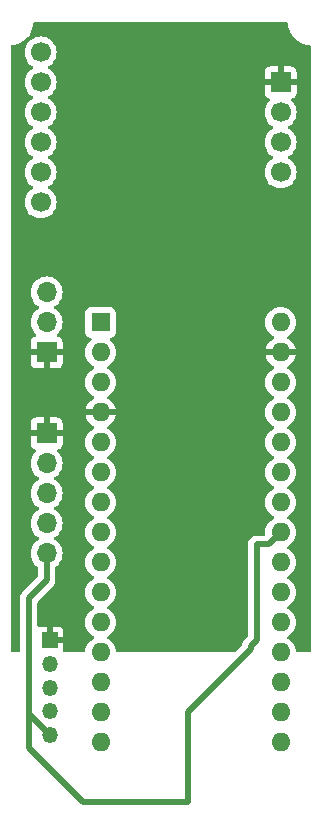
<source format=gbl>
G04 #@! TF.GenerationSoftware,KiCad,Pcbnew,8.0.7*
G04 #@! TF.CreationDate,2025-05-25T12:57:57+02:00*
G04 #@! TF.ProjectId,Wave,57617665-2e6b-4696-9361-645f70636258,rev?*
G04 #@! TF.SameCoordinates,Original*
G04 #@! TF.FileFunction,Copper,L2,Bot*
G04 #@! TF.FilePolarity,Positive*
%FSLAX46Y46*%
G04 Gerber Fmt 4.6, Leading zero omitted, Abs format (unit mm)*
G04 Created by KiCad (PCBNEW 8.0.7) date 2025-05-25 12:57:57*
%MOMM*%
%LPD*%
G01*
G04 APERTURE LIST*
G04 #@! TA.AperFunction,ComponentPad*
%ADD10R,1.700000X1.700000*%
G04 #@! TD*
G04 #@! TA.AperFunction,ComponentPad*
%ADD11O,1.700000X1.700000*%
G04 #@! TD*
G04 #@! TA.AperFunction,ComponentPad*
%ADD12R,1.350000X1.350000*%
G04 #@! TD*
G04 #@! TA.AperFunction,ComponentPad*
%ADD13O,1.350000X1.350000*%
G04 #@! TD*
G04 #@! TA.AperFunction,ComponentPad*
%ADD14C,1.700000*%
G04 #@! TD*
G04 #@! TA.AperFunction,ComponentPad*
%ADD15O,1.600000X1.600000*%
G04 #@! TD*
G04 #@! TA.AperFunction,ComponentPad*
%ADD16R,1.600000X1.600000*%
G04 #@! TD*
G04 #@! TA.AperFunction,Conductor*
%ADD17C,0.500000*%
G04 #@! TD*
G04 APERTURE END LIST*
D10*
X102108000Y-136398000D03*
D11*
X102108000Y-138938000D03*
X102108000Y-141478000D03*
X102108000Y-144018000D03*
X102108000Y-146558000D03*
D12*
X102362000Y-153924000D03*
D13*
X102362000Y-155924000D03*
X102362000Y-157924000D03*
X102362000Y-159924000D03*
X102362000Y-161924000D03*
D14*
X101600000Y-111760000D03*
X101600000Y-109220000D03*
X101600000Y-116840000D03*
X101600000Y-114300000D03*
X121920000Y-109220000D03*
X101600000Y-104140000D03*
X101600000Y-106680000D03*
D10*
X121920000Y-106680000D03*
D14*
X121920000Y-111760000D03*
X121920000Y-114300000D03*
D11*
X102108000Y-124460000D03*
X102108000Y-127000000D03*
D10*
X102108000Y-129540000D03*
D15*
X121920000Y-127000000D03*
D16*
X106680000Y-127000000D03*
D15*
X106680000Y-129540000D03*
X121920000Y-132080000D03*
X106680000Y-132080000D03*
X121920000Y-157480000D03*
X121920000Y-129540000D03*
X106680000Y-134620000D03*
X121920000Y-162560000D03*
X106680000Y-162560000D03*
X106680000Y-160020000D03*
X106680000Y-157480000D03*
X106680000Y-154940000D03*
X106680000Y-152400000D03*
X106680000Y-149860000D03*
X106680000Y-147320000D03*
X106680000Y-144780000D03*
X106680000Y-142240000D03*
X106680000Y-139700000D03*
X106680000Y-137160000D03*
X121920000Y-137160000D03*
X121920000Y-139700000D03*
X121920000Y-142240000D03*
X121920000Y-144780000D03*
X121920000Y-147320000D03*
X121920000Y-149860000D03*
X121920000Y-152400000D03*
X121920000Y-154940000D03*
X121920000Y-134620000D03*
X121920000Y-160020000D03*
D17*
X119888000Y-153924000D02*
X119888000Y-145796000D01*
X119380000Y-154686000D02*
X119380000Y-154432000D01*
X105156000Y-167640000D02*
X114046000Y-167640000D01*
X100584000Y-160146000D02*
X100584000Y-163068000D01*
X119380000Y-154432000D02*
X119888000Y-153924000D01*
X114046000Y-160020000D02*
X119380000Y-154686000D01*
X100584000Y-163068000D02*
X105156000Y-167640000D01*
X114046000Y-167640000D02*
X114046000Y-160020000D01*
X120904000Y-145796000D02*
X121920000Y-144780000D01*
X119888000Y-145796000D02*
X120904000Y-145796000D01*
X102108000Y-148844000D02*
X100584000Y-150368000D01*
X102108000Y-146558000D02*
X102108000Y-148844000D01*
X100584000Y-150368000D02*
X100584000Y-160146000D01*
X100584000Y-160146000D02*
X102362000Y-161924000D01*
G04 #@! TA.AperFunction,Conductor*
G36*
X122506236Y-101619685D02*
G01*
X122551991Y-101672489D01*
X122562881Y-101715154D01*
X122574039Y-101871160D01*
X122574040Y-101871167D01*
X122631823Y-102136793D01*
X122631825Y-102136801D01*
X122680931Y-102268459D01*
X122726830Y-102391519D01*
X122857109Y-102630107D01*
X122857110Y-102630108D01*
X122857113Y-102630113D01*
X123020029Y-102847742D01*
X123020033Y-102847746D01*
X123020038Y-102847752D01*
X123212247Y-103039961D01*
X123212253Y-103039966D01*
X123212258Y-103039971D01*
X123429887Y-103202887D01*
X123429891Y-103202889D01*
X123429892Y-103202890D01*
X123668481Y-103333169D01*
X123668480Y-103333169D01*
X123668484Y-103333170D01*
X123668487Y-103333172D01*
X123923199Y-103428175D01*
X124188840Y-103485961D01*
X124344849Y-103497119D01*
X124410310Y-103521535D01*
X124452182Y-103577468D01*
X124460000Y-103620802D01*
X124460000Y-154816000D01*
X124440315Y-154883039D01*
X124387511Y-154928794D01*
X124336000Y-154940000D01*
X123339093Y-154940000D01*
X123272054Y-154920315D01*
X123226299Y-154867511D01*
X123215565Y-154826808D01*
X123208221Y-154742867D01*
X123205635Y-154713308D01*
X123160916Y-154546415D01*
X123146741Y-154493511D01*
X123146738Y-154493502D01*
X123129994Y-154457594D01*
X123050568Y-154287266D01*
X122920047Y-154100861D01*
X122920045Y-154100858D01*
X122759141Y-153939954D01*
X122572734Y-153809432D01*
X122572728Y-153809429D01*
X122514725Y-153782382D01*
X122462285Y-153736210D01*
X122443133Y-153669017D01*
X122463348Y-153602135D01*
X122514725Y-153557618D01*
X122528362Y-153551259D01*
X122572734Y-153530568D01*
X122759139Y-153400047D01*
X122920047Y-153239139D01*
X123050568Y-153052734D01*
X123146739Y-152846496D01*
X123205635Y-152626692D01*
X123225468Y-152400000D01*
X123205635Y-152173308D01*
X123146739Y-151953504D01*
X123050568Y-151747266D01*
X122920047Y-151560861D01*
X122920045Y-151560858D01*
X122759141Y-151399954D01*
X122572734Y-151269432D01*
X122572728Y-151269429D01*
X122514725Y-151242382D01*
X122462285Y-151196210D01*
X122443133Y-151129017D01*
X122463348Y-151062135D01*
X122514725Y-151017618D01*
X122572734Y-150990568D01*
X122759139Y-150860047D01*
X122920047Y-150699139D01*
X123050568Y-150512734D01*
X123146739Y-150306496D01*
X123205635Y-150086692D01*
X123225468Y-149860000D01*
X123205635Y-149633308D01*
X123146739Y-149413504D01*
X123050568Y-149207266D01*
X122920047Y-149020861D01*
X122920045Y-149020858D01*
X122759141Y-148859954D01*
X122572734Y-148729432D01*
X122572728Y-148729429D01*
X122514725Y-148702382D01*
X122462285Y-148656210D01*
X122443133Y-148589017D01*
X122463348Y-148522135D01*
X122514725Y-148477618D01*
X122572734Y-148450568D01*
X122759139Y-148320047D01*
X122920047Y-148159139D01*
X123050568Y-147972734D01*
X123146739Y-147766496D01*
X123205635Y-147546692D01*
X123225468Y-147320000D01*
X123205635Y-147093308D01*
X123146739Y-146873504D01*
X123050568Y-146667266D01*
X122920047Y-146480861D01*
X122920045Y-146480858D01*
X122759141Y-146319954D01*
X122572734Y-146189432D01*
X122572728Y-146189429D01*
X122514725Y-146162382D01*
X122462285Y-146116210D01*
X122443133Y-146049017D01*
X122463348Y-145982135D01*
X122514725Y-145937618D01*
X122572734Y-145910568D01*
X122759139Y-145780047D01*
X122920047Y-145619139D01*
X123050568Y-145432734D01*
X123146739Y-145226496D01*
X123205635Y-145006692D01*
X123225468Y-144780000D01*
X123205635Y-144553308D01*
X123146739Y-144333504D01*
X123050568Y-144127266D01*
X122920047Y-143940861D01*
X122920045Y-143940858D01*
X122759141Y-143779954D01*
X122572734Y-143649432D01*
X122572728Y-143649429D01*
X122514725Y-143622382D01*
X122462285Y-143576210D01*
X122443133Y-143509017D01*
X122463348Y-143442135D01*
X122514725Y-143397618D01*
X122572734Y-143370568D01*
X122759139Y-143240047D01*
X122920047Y-143079139D01*
X123050568Y-142892734D01*
X123146739Y-142686496D01*
X123205635Y-142466692D01*
X123225468Y-142240000D01*
X123205635Y-142013308D01*
X123146739Y-141793504D01*
X123050568Y-141587266D01*
X122920047Y-141400861D01*
X122920045Y-141400858D01*
X122759141Y-141239954D01*
X122572734Y-141109432D01*
X122572728Y-141109429D01*
X122514725Y-141082382D01*
X122462285Y-141036210D01*
X122443133Y-140969017D01*
X122463348Y-140902135D01*
X122514725Y-140857618D01*
X122572734Y-140830568D01*
X122759139Y-140700047D01*
X122920047Y-140539139D01*
X123050568Y-140352734D01*
X123146739Y-140146496D01*
X123205635Y-139926692D01*
X123225468Y-139700000D01*
X123205635Y-139473308D01*
X123146739Y-139253504D01*
X123050568Y-139047266D01*
X122920047Y-138860861D01*
X122920045Y-138860858D01*
X122759141Y-138699954D01*
X122572734Y-138569432D01*
X122572728Y-138569429D01*
X122514725Y-138542382D01*
X122462285Y-138496210D01*
X122443133Y-138429017D01*
X122463348Y-138362135D01*
X122514725Y-138317618D01*
X122572734Y-138290568D01*
X122759139Y-138160047D01*
X122920047Y-137999139D01*
X123050568Y-137812734D01*
X123146739Y-137606496D01*
X123205635Y-137386692D01*
X123225468Y-137160000D01*
X123205635Y-136933308D01*
X123146739Y-136713504D01*
X123050568Y-136507266D01*
X122920047Y-136320861D01*
X122920045Y-136320858D01*
X122759141Y-136159954D01*
X122572734Y-136029432D01*
X122572728Y-136029429D01*
X122514725Y-136002382D01*
X122462285Y-135956210D01*
X122443133Y-135889017D01*
X122463348Y-135822135D01*
X122514725Y-135777618D01*
X122515319Y-135777341D01*
X122572734Y-135750568D01*
X122759139Y-135620047D01*
X122920047Y-135459139D01*
X123050568Y-135272734D01*
X123146739Y-135066496D01*
X123205635Y-134846692D01*
X123225468Y-134620000D01*
X123205635Y-134393308D01*
X123146739Y-134173504D01*
X123050568Y-133967266D01*
X122920047Y-133780861D01*
X122920045Y-133780858D01*
X122759141Y-133619954D01*
X122572734Y-133489432D01*
X122572728Y-133489429D01*
X122514725Y-133462382D01*
X122462285Y-133416210D01*
X122443133Y-133349017D01*
X122463348Y-133282135D01*
X122514725Y-133237618D01*
X122572734Y-133210568D01*
X122759139Y-133080047D01*
X122920047Y-132919139D01*
X123050568Y-132732734D01*
X123146739Y-132526496D01*
X123205635Y-132306692D01*
X123225468Y-132080000D01*
X123205635Y-131853308D01*
X123146739Y-131633504D01*
X123050568Y-131427266D01*
X122920047Y-131240861D01*
X122920045Y-131240858D01*
X122759141Y-131079954D01*
X122572734Y-130949432D01*
X122572732Y-130949431D01*
X122514725Y-130922382D01*
X122514132Y-130922105D01*
X122461694Y-130875934D01*
X122442542Y-130808740D01*
X122462758Y-130741859D01*
X122514134Y-130697341D01*
X122572484Y-130670132D01*
X122758820Y-130539657D01*
X122919657Y-130378820D01*
X123050134Y-130192482D01*
X123146265Y-129986326D01*
X123146269Y-129986317D01*
X123198872Y-129790000D01*
X122353012Y-129790000D01*
X122385925Y-129732993D01*
X122420000Y-129605826D01*
X122420000Y-129474174D01*
X122385925Y-129347007D01*
X122353012Y-129290000D01*
X123198872Y-129290000D01*
X123198872Y-129289999D01*
X123146269Y-129093682D01*
X123146265Y-129093673D01*
X123050134Y-128887517D01*
X122919657Y-128701179D01*
X122758820Y-128540342D01*
X122572482Y-128409865D01*
X122514133Y-128382657D01*
X122461694Y-128336484D01*
X122442542Y-128269291D01*
X122462758Y-128202410D01*
X122514129Y-128157895D01*
X122572734Y-128130568D01*
X122759139Y-128000047D01*
X122920047Y-127839139D01*
X123050568Y-127652734D01*
X123146739Y-127446496D01*
X123205635Y-127226692D01*
X123225468Y-127000000D01*
X123205635Y-126773308D01*
X123146739Y-126553504D01*
X123050568Y-126347266D01*
X122920047Y-126160861D01*
X122920045Y-126160858D01*
X122759141Y-125999954D01*
X122572734Y-125869432D01*
X122572732Y-125869431D01*
X122366497Y-125773261D01*
X122366488Y-125773258D01*
X122146697Y-125714366D01*
X122146693Y-125714365D01*
X122146692Y-125714365D01*
X122146691Y-125714364D01*
X122146686Y-125714364D01*
X121920002Y-125694532D01*
X121919998Y-125694532D01*
X121693313Y-125714364D01*
X121693302Y-125714366D01*
X121473511Y-125773258D01*
X121473502Y-125773261D01*
X121267267Y-125869431D01*
X121267265Y-125869432D01*
X121080858Y-125999954D01*
X120919954Y-126160858D01*
X120789432Y-126347265D01*
X120789431Y-126347267D01*
X120693261Y-126553502D01*
X120693258Y-126553511D01*
X120634366Y-126773302D01*
X120634364Y-126773313D01*
X120614532Y-126999998D01*
X120614532Y-127000001D01*
X120634364Y-127226686D01*
X120634366Y-127226697D01*
X120693258Y-127446488D01*
X120693261Y-127446497D01*
X120789431Y-127652732D01*
X120789432Y-127652734D01*
X120919954Y-127839141D01*
X121080858Y-128000045D01*
X121080861Y-128000047D01*
X121267266Y-128130568D01*
X121325865Y-128157893D01*
X121378305Y-128204065D01*
X121397457Y-128271258D01*
X121377242Y-128338139D01*
X121325867Y-128382657D01*
X121267515Y-128409867D01*
X121081179Y-128540342D01*
X120920342Y-128701179D01*
X120789865Y-128887517D01*
X120693734Y-129093673D01*
X120693730Y-129093682D01*
X120641127Y-129289999D01*
X120641128Y-129290000D01*
X121486988Y-129290000D01*
X121454075Y-129347007D01*
X121420000Y-129474174D01*
X121420000Y-129605826D01*
X121454075Y-129732993D01*
X121486988Y-129790000D01*
X120641128Y-129790000D01*
X120693730Y-129986317D01*
X120693734Y-129986326D01*
X120789865Y-130192482D01*
X120920342Y-130378820D01*
X121081179Y-130539657D01*
X121267518Y-130670134D01*
X121267520Y-130670135D01*
X121325865Y-130697342D01*
X121378305Y-130743514D01*
X121397457Y-130810707D01*
X121377242Y-130877589D01*
X121325867Y-130922105D01*
X121267268Y-130949431D01*
X121267264Y-130949433D01*
X121080858Y-131079954D01*
X120919954Y-131240858D01*
X120789432Y-131427265D01*
X120789431Y-131427267D01*
X120693261Y-131633502D01*
X120693258Y-131633511D01*
X120634366Y-131853302D01*
X120634364Y-131853313D01*
X120614532Y-132079998D01*
X120614532Y-132080001D01*
X120634364Y-132306686D01*
X120634366Y-132306697D01*
X120693258Y-132526488D01*
X120693261Y-132526497D01*
X120789431Y-132732732D01*
X120789432Y-132732734D01*
X120919954Y-132919141D01*
X121080858Y-133080045D01*
X121080861Y-133080047D01*
X121267266Y-133210568D01*
X121325275Y-133237618D01*
X121377714Y-133283791D01*
X121396866Y-133350984D01*
X121376650Y-133417865D01*
X121325275Y-133462382D01*
X121267267Y-133489431D01*
X121267265Y-133489432D01*
X121080858Y-133619954D01*
X120919954Y-133780858D01*
X120789432Y-133967265D01*
X120789431Y-133967267D01*
X120693261Y-134173502D01*
X120693258Y-134173511D01*
X120634366Y-134393302D01*
X120634364Y-134393313D01*
X120614532Y-134619998D01*
X120614532Y-134620001D01*
X120634364Y-134846686D01*
X120634366Y-134846697D01*
X120693258Y-135066488D01*
X120693261Y-135066497D01*
X120789431Y-135272732D01*
X120789432Y-135272734D01*
X120919954Y-135459141D01*
X121080858Y-135620045D01*
X121080861Y-135620047D01*
X121267266Y-135750568D01*
X121324681Y-135777341D01*
X121325275Y-135777618D01*
X121377714Y-135823791D01*
X121396866Y-135890984D01*
X121376650Y-135957865D01*
X121325275Y-136002382D01*
X121267267Y-136029431D01*
X121267265Y-136029432D01*
X121080858Y-136159954D01*
X120919954Y-136320858D01*
X120789432Y-136507265D01*
X120789431Y-136507267D01*
X120693261Y-136713502D01*
X120693258Y-136713511D01*
X120634366Y-136933302D01*
X120634364Y-136933313D01*
X120614532Y-137159998D01*
X120614532Y-137160001D01*
X120634364Y-137386686D01*
X120634366Y-137386697D01*
X120693258Y-137606488D01*
X120693261Y-137606497D01*
X120789431Y-137812732D01*
X120789432Y-137812734D01*
X120919954Y-137999141D01*
X121080858Y-138160045D01*
X121080861Y-138160047D01*
X121267266Y-138290568D01*
X121325275Y-138317618D01*
X121377714Y-138363791D01*
X121396866Y-138430984D01*
X121376650Y-138497865D01*
X121325275Y-138542382D01*
X121267267Y-138569431D01*
X121267265Y-138569432D01*
X121080858Y-138699954D01*
X120919954Y-138860858D01*
X120789432Y-139047265D01*
X120789431Y-139047267D01*
X120693261Y-139253502D01*
X120693258Y-139253511D01*
X120634366Y-139473302D01*
X120634364Y-139473313D01*
X120614532Y-139699998D01*
X120614532Y-139700001D01*
X120634364Y-139926686D01*
X120634366Y-139926697D01*
X120693258Y-140146488D01*
X120693261Y-140146497D01*
X120789431Y-140352732D01*
X120789432Y-140352734D01*
X120919954Y-140539141D01*
X121080858Y-140700045D01*
X121080861Y-140700047D01*
X121267266Y-140830568D01*
X121325275Y-140857618D01*
X121377714Y-140903791D01*
X121396866Y-140970984D01*
X121376650Y-141037865D01*
X121325275Y-141082382D01*
X121267267Y-141109431D01*
X121267265Y-141109432D01*
X121080858Y-141239954D01*
X120919954Y-141400858D01*
X120789432Y-141587265D01*
X120789431Y-141587267D01*
X120693261Y-141793502D01*
X120693258Y-141793511D01*
X120634366Y-142013302D01*
X120634364Y-142013313D01*
X120614532Y-142239998D01*
X120614532Y-142240001D01*
X120634364Y-142466686D01*
X120634366Y-142466697D01*
X120693258Y-142686488D01*
X120693261Y-142686497D01*
X120789431Y-142892732D01*
X120789432Y-142892734D01*
X120919954Y-143079141D01*
X121080858Y-143240045D01*
X121080861Y-143240047D01*
X121267266Y-143370568D01*
X121325275Y-143397618D01*
X121377714Y-143443791D01*
X121396866Y-143510984D01*
X121376650Y-143577865D01*
X121325275Y-143622382D01*
X121267267Y-143649431D01*
X121267265Y-143649432D01*
X121080858Y-143779954D01*
X120919954Y-143940858D01*
X120789432Y-144127265D01*
X120789431Y-144127267D01*
X120693261Y-144333502D01*
X120693258Y-144333511D01*
X120634366Y-144553302D01*
X120634364Y-144553313D01*
X120614532Y-144779998D01*
X120614532Y-144780000D01*
X120624102Y-144889395D01*
X120625966Y-144910693D01*
X120612199Y-144979193D01*
X120563584Y-145029376D01*
X120502438Y-145045500D01*
X119814080Y-145045500D01*
X119669092Y-145074340D01*
X119669082Y-145074343D01*
X119532511Y-145130912D01*
X119532498Y-145130919D01*
X119409584Y-145213048D01*
X119409580Y-145213051D01*
X119305051Y-145317580D01*
X119305048Y-145317584D01*
X119222919Y-145440498D01*
X119222912Y-145440511D01*
X119166343Y-145577082D01*
X119166340Y-145577092D01*
X119137500Y-145722079D01*
X119137500Y-153561770D01*
X119117815Y-153628809D01*
X119101181Y-153649451D01*
X118797047Y-153953584D01*
X118797045Y-153953586D01*
X118767428Y-153997915D01*
X118767426Y-153997918D01*
X118714914Y-154076507D01*
X118658343Y-154213082D01*
X118658340Y-154213092D01*
X118632604Y-154342474D01*
X118600219Y-154404385D01*
X118598668Y-154405963D01*
X118100951Y-154903681D01*
X118039628Y-154937166D01*
X118013270Y-154940000D01*
X108099093Y-154940000D01*
X108032054Y-154920315D01*
X107986299Y-154867511D01*
X107975565Y-154826808D01*
X107968221Y-154742867D01*
X107965635Y-154713308D01*
X107920916Y-154546415D01*
X107906741Y-154493511D01*
X107906738Y-154493502D01*
X107889994Y-154457594D01*
X107810568Y-154287266D01*
X107680047Y-154100861D01*
X107680045Y-154100858D01*
X107519141Y-153939954D01*
X107332734Y-153809432D01*
X107332728Y-153809429D01*
X107274725Y-153782382D01*
X107222285Y-153736210D01*
X107203133Y-153669017D01*
X107223348Y-153602135D01*
X107274725Y-153557618D01*
X107288362Y-153551259D01*
X107332734Y-153530568D01*
X107519139Y-153400047D01*
X107680047Y-153239139D01*
X107810568Y-153052734D01*
X107906739Y-152846496D01*
X107965635Y-152626692D01*
X107985468Y-152400000D01*
X107965635Y-152173308D01*
X107906739Y-151953504D01*
X107810568Y-151747266D01*
X107680047Y-151560861D01*
X107680045Y-151560858D01*
X107519141Y-151399954D01*
X107332734Y-151269432D01*
X107332728Y-151269429D01*
X107274725Y-151242382D01*
X107222285Y-151196210D01*
X107203133Y-151129017D01*
X107223348Y-151062135D01*
X107274725Y-151017618D01*
X107332734Y-150990568D01*
X107519139Y-150860047D01*
X107680047Y-150699139D01*
X107810568Y-150512734D01*
X107906739Y-150306496D01*
X107965635Y-150086692D01*
X107985468Y-149860000D01*
X107965635Y-149633308D01*
X107906739Y-149413504D01*
X107810568Y-149207266D01*
X107680047Y-149020861D01*
X107680045Y-149020858D01*
X107519141Y-148859954D01*
X107332734Y-148729432D01*
X107332728Y-148729429D01*
X107274725Y-148702382D01*
X107222285Y-148656210D01*
X107203133Y-148589017D01*
X107223348Y-148522135D01*
X107274725Y-148477618D01*
X107332734Y-148450568D01*
X107519139Y-148320047D01*
X107680047Y-148159139D01*
X107810568Y-147972734D01*
X107906739Y-147766496D01*
X107965635Y-147546692D01*
X107985468Y-147320000D01*
X107965635Y-147093308D01*
X107906739Y-146873504D01*
X107810568Y-146667266D01*
X107680047Y-146480861D01*
X107680045Y-146480858D01*
X107519141Y-146319954D01*
X107332734Y-146189432D01*
X107332728Y-146189429D01*
X107274725Y-146162382D01*
X107222285Y-146116210D01*
X107203133Y-146049017D01*
X107223348Y-145982135D01*
X107274725Y-145937618D01*
X107332734Y-145910568D01*
X107519139Y-145780047D01*
X107680047Y-145619139D01*
X107810568Y-145432734D01*
X107906739Y-145226496D01*
X107965635Y-145006692D01*
X107985468Y-144780000D01*
X107965635Y-144553308D01*
X107906739Y-144333504D01*
X107810568Y-144127266D01*
X107680047Y-143940861D01*
X107680045Y-143940858D01*
X107519141Y-143779954D01*
X107332734Y-143649432D01*
X107332728Y-143649429D01*
X107274725Y-143622382D01*
X107222285Y-143576210D01*
X107203133Y-143509017D01*
X107223348Y-143442135D01*
X107274725Y-143397618D01*
X107332734Y-143370568D01*
X107519139Y-143240047D01*
X107680047Y-143079139D01*
X107810568Y-142892734D01*
X107906739Y-142686496D01*
X107965635Y-142466692D01*
X107985468Y-142240000D01*
X107965635Y-142013308D01*
X107906739Y-141793504D01*
X107810568Y-141587266D01*
X107680047Y-141400861D01*
X107680045Y-141400858D01*
X107519141Y-141239954D01*
X107332734Y-141109432D01*
X107332728Y-141109429D01*
X107274725Y-141082382D01*
X107222285Y-141036210D01*
X107203133Y-140969017D01*
X107223348Y-140902135D01*
X107274725Y-140857618D01*
X107332734Y-140830568D01*
X107519139Y-140700047D01*
X107680047Y-140539139D01*
X107810568Y-140352734D01*
X107906739Y-140146496D01*
X107965635Y-139926692D01*
X107985468Y-139700000D01*
X107965635Y-139473308D01*
X107906739Y-139253504D01*
X107810568Y-139047266D01*
X107680047Y-138860861D01*
X107680045Y-138860858D01*
X107519141Y-138699954D01*
X107332734Y-138569432D01*
X107332728Y-138569429D01*
X107274725Y-138542382D01*
X107222285Y-138496210D01*
X107203133Y-138429017D01*
X107223348Y-138362135D01*
X107274725Y-138317618D01*
X107332734Y-138290568D01*
X107519139Y-138160047D01*
X107680047Y-137999139D01*
X107810568Y-137812734D01*
X107906739Y-137606496D01*
X107965635Y-137386692D01*
X107985468Y-137160000D01*
X107965635Y-136933308D01*
X107906739Y-136713504D01*
X107810568Y-136507266D01*
X107680047Y-136320861D01*
X107680045Y-136320858D01*
X107519141Y-136159954D01*
X107332734Y-136029432D01*
X107332732Y-136029431D01*
X107274725Y-136002382D01*
X107274132Y-136002105D01*
X107221694Y-135955934D01*
X107202542Y-135888740D01*
X107222758Y-135821859D01*
X107274134Y-135777341D01*
X107332484Y-135750132D01*
X107518820Y-135619657D01*
X107679657Y-135458820D01*
X107810134Y-135272482D01*
X107906265Y-135066326D01*
X107906269Y-135066317D01*
X107958872Y-134870000D01*
X107113012Y-134870000D01*
X107145925Y-134812993D01*
X107180000Y-134685826D01*
X107180000Y-134554174D01*
X107145925Y-134427007D01*
X107113012Y-134370000D01*
X107958872Y-134370000D01*
X107958872Y-134369999D01*
X107906269Y-134173682D01*
X107906265Y-134173673D01*
X107810134Y-133967517D01*
X107679657Y-133781179D01*
X107518820Y-133620342D01*
X107332482Y-133489865D01*
X107274133Y-133462657D01*
X107221694Y-133416484D01*
X107202542Y-133349291D01*
X107222758Y-133282410D01*
X107274129Y-133237895D01*
X107332734Y-133210568D01*
X107519139Y-133080047D01*
X107680047Y-132919139D01*
X107810568Y-132732734D01*
X107906739Y-132526496D01*
X107965635Y-132306692D01*
X107985468Y-132080000D01*
X107965635Y-131853308D01*
X107906739Y-131633504D01*
X107810568Y-131427266D01*
X107680047Y-131240861D01*
X107680045Y-131240858D01*
X107519141Y-131079954D01*
X107332734Y-130949432D01*
X107332728Y-130949429D01*
X107274725Y-130922382D01*
X107222285Y-130876210D01*
X107203133Y-130809017D01*
X107223348Y-130742135D01*
X107274725Y-130697618D01*
X107275319Y-130697341D01*
X107332734Y-130670568D01*
X107519139Y-130540047D01*
X107680047Y-130379139D01*
X107810568Y-130192734D01*
X107906739Y-129986496D01*
X107965635Y-129766692D01*
X107985468Y-129540000D01*
X107965635Y-129313308D01*
X107906739Y-129093504D01*
X107810568Y-128887266D01*
X107680047Y-128700861D01*
X107680045Y-128700858D01*
X107519143Y-128539956D01*
X107494536Y-128522726D01*
X107450912Y-128468149D01*
X107443719Y-128398650D01*
X107475241Y-128336296D01*
X107535471Y-128300882D01*
X107552404Y-128297861D01*
X107587483Y-128294091D01*
X107722331Y-128243796D01*
X107837546Y-128157546D01*
X107923796Y-128042331D01*
X107974091Y-127907483D01*
X107980500Y-127847873D01*
X107980499Y-126152128D01*
X107974091Y-126092517D01*
X107939567Y-125999954D01*
X107923797Y-125957671D01*
X107923793Y-125957664D01*
X107837547Y-125842455D01*
X107837544Y-125842452D01*
X107722335Y-125756206D01*
X107722328Y-125756202D01*
X107587482Y-125705908D01*
X107587483Y-125705908D01*
X107527883Y-125699501D01*
X107527881Y-125699500D01*
X107527873Y-125699500D01*
X107527864Y-125699500D01*
X105832129Y-125699500D01*
X105832123Y-125699501D01*
X105772516Y-125705908D01*
X105637671Y-125756202D01*
X105637664Y-125756206D01*
X105522455Y-125842452D01*
X105522452Y-125842455D01*
X105436206Y-125957664D01*
X105436202Y-125957671D01*
X105385908Y-126092517D01*
X105379501Y-126152116D01*
X105379501Y-126152123D01*
X105379500Y-126152135D01*
X105379500Y-127847870D01*
X105379501Y-127847876D01*
X105385908Y-127907483D01*
X105436202Y-128042328D01*
X105436206Y-128042335D01*
X105522452Y-128157544D01*
X105522455Y-128157547D01*
X105637664Y-128243793D01*
X105637671Y-128243797D01*
X105645310Y-128246646D01*
X105772517Y-128294091D01*
X105807596Y-128297862D01*
X105872144Y-128324599D01*
X105911993Y-128381991D01*
X105914488Y-128451816D01*
X105878836Y-128511905D01*
X105865464Y-128522725D01*
X105840858Y-128539954D01*
X105679954Y-128700858D01*
X105549432Y-128887265D01*
X105549431Y-128887267D01*
X105453261Y-129093502D01*
X105453258Y-129093511D01*
X105394366Y-129313302D01*
X105394364Y-129313313D01*
X105374532Y-129539998D01*
X105374532Y-129540001D01*
X105394364Y-129766686D01*
X105394366Y-129766697D01*
X105453258Y-129986488D01*
X105453261Y-129986497D01*
X105549431Y-130192732D01*
X105549432Y-130192734D01*
X105679954Y-130379141D01*
X105840858Y-130540045D01*
X105840861Y-130540047D01*
X106027266Y-130670568D01*
X106084681Y-130697341D01*
X106085275Y-130697618D01*
X106137714Y-130743791D01*
X106156866Y-130810984D01*
X106136650Y-130877865D01*
X106085275Y-130922382D01*
X106027267Y-130949431D01*
X106027265Y-130949432D01*
X105840858Y-131079954D01*
X105679954Y-131240858D01*
X105549432Y-131427265D01*
X105549431Y-131427267D01*
X105453261Y-131633502D01*
X105453258Y-131633511D01*
X105394366Y-131853302D01*
X105394364Y-131853313D01*
X105374532Y-132079998D01*
X105374532Y-132080001D01*
X105394364Y-132306686D01*
X105394366Y-132306697D01*
X105453258Y-132526488D01*
X105453261Y-132526497D01*
X105549431Y-132732732D01*
X105549432Y-132732734D01*
X105679954Y-132919141D01*
X105840858Y-133080045D01*
X105840861Y-133080047D01*
X106027266Y-133210568D01*
X106085865Y-133237893D01*
X106138305Y-133284065D01*
X106157457Y-133351258D01*
X106137242Y-133418139D01*
X106085867Y-133462657D01*
X106027515Y-133489867D01*
X105841179Y-133620342D01*
X105680342Y-133781179D01*
X105549865Y-133967517D01*
X105453734Y-134173673D01*
X105453730Y-134173682D01*
X105401127Y-134369999D01*
X105401128Y-134370000D01*
X106246988Y-134370000D01*
X106214075Y-134427007D01*
X106180000Y-134554174D01*
X106180000Y-134685826D01*
X106214075Y-134812993D01*
X106246988Y-134870000D01*
X105401128Y-134870000D01*
X105453730Y-135066317D01*
X105453734Y-135066326D01*
X105549865Y-135272482D01*
X105680342Y-135458820D01*
X105841179Y-135619657D01*
X106027518Y-135750134D01*
X106027520Y-135750135D01*
X106085865Y-135777342D01*
X106138305Y-135823514D01*
X106157457Y-135890707D01*
X106137242Y-135957589D01*
X106085867Y-136002105D01*
X106027268Y-136029431D01*
X106027264Y-136029433D01*
X105840858Y-136159954D01*
X105679954Y-136320858D01*
X105549432Y-136507265D01*
X105549431Y-136507267D01*
X105453261Y-136713502D01*
X105453258Y-136713511D01*
X105394366Y-136933302D01*
X105394364Y-136933313D01*
X105374532Y-137159998D01*
X105374532Y-137160001D01*
X105394364Y-137386686D01*
X105394366Y-137386697D01*
X105453258Y-137606488D01*
X105453261Y-137606497D01*
X105549431Y-137812732D01*
X105549432Y-137812734D01*
X105679954Y-137999141D01*
X105840858Y-138160045D01*
X105840861Y-138160047D01*
X106027266Y-138290568D01*
X106085275Y-138317618D01*
X106137714Y-138363791D01*
X106156866Y-138430984D01*
X106136650Y-138497865D01*
X106085275Y-138542382D01*
X106027267Y-138569431D01*
X106027265Y-138569432D01*
X105840858Y-138699954D01*
X105679954Y-138860858D01*
X105549432Y-139047265D01*
X105549431Y-139047267D01*
X105453261Y-139253502D01*
X105453258Y-139253511D01*
X105394366Y-139473302D01*
X105394364Y-139473313D01*
X105374532Y-139699998D01*
X105374532Y-139700001D01*
X105394364Y-139926686D01*
X105394366Y-139926697D01*
X105453258Y-140146488D01*
X105453261Y-140146497D01*
X105549431Y-140352732D01*
X105549432Y-140352734D01*
X105679954Y-140539141D01*
X105840858Y-140700045D01*
X105840861Y-140700047D01*
X106027266Y-140830568D01*
X106085275Y-140857618D01*
X106137714Y-140903791D01*
X106156866Y-140970984D01*
X106136650Y-141037865D01*
X106085275Y-141082382D01*
X106027267Y-141109431D01*
X106027265Y-141109432D01*
X105840858Y-141239954D01*
X105679954Y-141400858D01*
X105549432Y-141587265D01*
X105549431Y-141587267D01*
X105453261Y-141793502D01*
X105453258Y-141793511D01*
X105394366Y-142013302D01*
X105394364Y-142013313D01*
X105374532Y-142239998D01*
X105374532Y-142240001D01*
X105394364Y-142466686D01*
X105394366Y-142466697D01*
X105453258Y-142686488D01*
X105453261Y-142686497D01*
X105549431Y-142892732D01*
X105549432Y-142892734D01*
X105679954Y-143079141D01*
X105840858Y-143240045D01*
X105840861Y-143240047D01*
X106027266Y-143370568D01*
X106085275Y-143397618D01*
X106137714Y-143443791D01*
X106156866Y-143510984D01*
X106136650Y-143577865D01*
X106085275Y-143622382D01*
X106027267Y-143649431D01*
X106027265Y-143649432D01*
X105840858Y-143779954D01*
X105679954Y-143940858D01*
X105549432Y-144127265D01*
X105549431Y-144127267D01*
X105453261Y-144333502D01*
X105453258Y-144333511D01*
X105394366Y-144553302D01*
X105394364Y-144553313D01*
X105374532Y-144779998D01*
X105374532Y-144780001D01*
X105394364Y-145006686D01*
X105394366Y-145006697D01*
X105453258Y-145226488D01*
X105453261Y-145226497D01*
X105549431Y-145432732D01*
X105549432Y-145432734D01*
X105679954Y-145619141D01*
X105840858Y-145780045D01*
X105840861Y-145780047D01*
X106027266Y-145910568D01*
X106085275Y-145937618D01*
X106137714Y-145983791D01*
X106156866Y-146050984D01*
X106136650Y-146117865D01*
X106085275Y-146162382D01*
X106027267Y-146189431D01*
X106027265Y-146189432D01*
X105840858Y-146319954D01*
X105679954Y-146480858D01*
X105549432Y-146667265D01*
X105549431Y-146667267D01*
X105453261Y-146873502D01*
X105453258Y-146873511D01*
X105394366Y-147093302D01*
X105394364Y-147093313D01*
X105374532Y-147319998D01*
X105374532Y-147320001D01*
X105394364Y-147546686D01*
X105394366Y-147546697D01*
X105453258Y-147766488D01*
X105453261Y-147766497D01*
X105549431Y-147972732D01*
X105549432Y-147972734D01*
X105679954Y-148159141D01*
X105840858Y-148320045D01*
X105840861Y-148320047D01*
X106027266Y-148450568D01*
X106085275Y-148477618D01*
X106137714Y-148523791D01*
X106156866Y-148590984D01*
X106136650Y-148657865D01*
X106085275Y-148702382D01*
X106027267Y-148729431D01*
X106027265Y-148729432D01*
X105840858Y-148859954D01*
X105679954Y-149020858D01*
X105549432Y-149207265D01*
X105549431Y-149207267D01*
X105453261Y-149413502D01*
X105453258Y-149413511D01*
X105394366Y-149633302D01*
X105394364Y-149633313D01*
X105374532Y-149859998D01*
X105374532Y-149860001D01*
X105394364Y-150086686D01*
X105394366Y-150086697D01*
X105453258Y-150306488D01*
X105453261Y-150306497D01*
X105549431Y-150512732D01*
X105549432Y-150512734D01*
X105679954Y-150699141D01*
X105840858Y-150860045D01*
X105840861Y-150860047D01*
X106027266Y-150990568D01*
X106085275Y-151017618D01*
X106137714Y-151063791D01*
X106156866Y-151130984D01*
X106136650Y-151197865D01*
X106085275Y-151242382D01*
X106027267Y-151269431D01*
X106027265Y-151269432D01*
X105840858Y-151399954D01*
X105679954Y-151560858D01*
X105549432Y-151747265D01*
X105549431Y-151747267D01*
X105453261Y-151953502D01*
X105453258Y-151953511D01*
X105394366Y-152173302D01*
X105394364Y-152173313D01*
X105374532Y-152399998D01*
X105374532Y-152400001D01*
X105394364Y-152626686D01*
X105394366Y-152626697D01*
X105453258Y-152846488D01*
X105453261Y-152846497D01*
X105549431Y-153052732D01*
X105549432Y-153052734D01*
X105679954Y-153239141D01*
X105840858Y-153400045D01*
X105840861Y-153400047D01*
X106027266Y-153530568D01*
X106071638Y-153551259D01*
X106085275Y-153557618D01*
X106137714Y-153603791D01*
X106156866Y-153670984D01*
X106136650Y-153737865D01*
X106085275Y-153782382D01*
X106027267Y-153809431D01*
X106027265Y-153809432D01*
X105840858Y-153939954D01*
X105679954Y-154100858D01*
X105549432Y-154287265D01*
X105549431Y-154287267D01*
X105453261Y-154493502D01*
X105453258Y-154493511D01*
X105394366Y-154713302D01*
X105394364Y-154713312D01*
X105384435Y-154826808D01*
X105358982Y-154891876D01*
X105302392Y-154932855D01*
X105260907Y-154940000D01*
X103622055Y-154940000D01*
X103555016Y-154920315D01*
X103509261Y-154867511D01*
X103499317Y-154798353D01*
X103505873Y-154772667D01*
X103530596Y-154706379D01*
X103530598Y-154706372D01*
X103536999Y-154646844D01*
X103537000Y-154646827D01*
X103537000Y-154174000D01*
X102677686Y-154174000D01*
X102682080Y-154169606D01*
X102734741Y-154078394D01*
X102762000Y-153976661D01*
X102762000Y-153871339D01*
X102734741Y-153769606D01*
X102682080Y-153678394D01*
X102677686Y-153674000D01*
X103537000Y-153674000D01*
X103537000Y-153201172D01*
X103536999Y-153201155D01*
X103530598Y-153141627D01*
X103530596Y-153141620D01*
X103480354Y-153006913D01*
X103480350Y-153006906D01*
X103394190Y-152891812D01*
X103394187Y-152891809D01*
X103279093Y-152805649D01*
X103279086Y-152805645D01*
X103144379Y-152755403D01*
X103144372Y-152755401D01*
X103084844Y-152749000D01*
X102612000Y-152749000D01*
X102612000Y-153608314D01*
X102607606Y-153603920D01*
X102516394Y-153551259D01*
X102414661Y-153524000D01*
X102309339Y-153524000D01*
X102207606Y-153551259D01*
X102116394Y-153603920D01*
X102112000Y-153608314D01*
X102112000Y-152749000D01*
X101639155Y-152749000D01*
X101579627Y-152755401D01*
X101579620Y-152755403D01*
X101501833Y-152784416D01*
X101432141Y-152789400D01*
X101370818Y-152755915D01*
X101337334Y-152694592D01*
X101334500Y-152668234D01*
X101334500Y-150730229D01*
X101354185Y-150663190D01*
X101370819Y-150642548D01*
X102690948Y-149322419D01*
X102690951Y-149322416D01*
X102773084Y-149199495D01*
X102829658Y-149062913D01*
X102829658Y-149062910D01*
X102829660Y-149062906D01*
X102838023Y-149020862D01*
X102838023Y-149020861D01*
X102858500Y-148917920D01*
X102858500Y-147745700D01*
X102878185Y-147678661D01*
X102911375Y-147644126D01*
X102979401Y-147596495D01*
X103146495Y-147429401D01*
X103282035Y-147235830D01*
X103381903Y-147021663D01*
X103443063Y-146793408D01*
X103463659Y-146558000D01*
X103443063Y-146322592D01*
X103381903Y-146094337D01*
X103282035Y-145880171D01*
X103211927Y-145780045D01*
X103146494Y-145686597D01*
X102979402Y-145519506D01*
X102979396Y-145519501D01*
X102793842Y-145389575D01*
X102750217Y-145334998D01*
X102743023Y-145265500D01*
X102774546Y-145203145D01*
X102793842Y-145186425D01*
X102816026Y-145170891D01*
X102979401Y-145056495D01*
X103146495Y-144889401D01*
X103282035Y-144695830D01*
X103381903Y-144481663D01*
X103443063Y-144253408D01*
X103463659Y-144018000D01*
X103443063Y-143782592D01*
X103381903Y-143554337D01*
X103282035Y-143340171D01*
X103211927Y-143240045D01*
X103146494Y-143146597D01*
X102979402Y-142979506D01*
X102979396Y-142979501D01*
X102793842Y-142849575D01*
X102750217Y-142794998D01*
X102743023Y-142725500D01*
X102774546Y-142663145D01*
X102793842Y-142646425D01*
X102816026Y-142630891D01*
X102979401Y-142516495D01*
X103146495Y-142349401D01*
X103282035Y-142155830D01*
X103381903Y-141941663D01*
X103443063Y-141713408D01*
X103463659Y-141478000D01*
X103443063Y-141242592D01*
X103381903Y-141014337D01*
X103282035Y-140800171D01*
X103211927Y-140700045D01*
X103146494Y-140606597D01*
X102979402Y-140439506D01*
X102979396Y-140439501D01*
X102793842Y-140309575D01*
X102750217Y-140254998D01*
X102743023Y-140185500D01*
X102774546Y-140123145D01*
X102793842Y-140106425D01*
X102816026Y-140090891D01*
X102979401Y-139976495D01*
X103146495Y-139809401D01*
X103282035Y-139615830D01*
X103381903Y-139401663D01*
X103443063Y-139173408D01*
X103463659Y-138938000D01*
X103443063Y-138702592D01*
X103381903Y-138474337D01*
X103282035Y-138260171D01*
X103211926Y-138160045D01*
X103146496Y-138066600D01*
X103146495Y-138066599D01*
X103024179Y-137944283D01*
X102990696Y-137882963D01*
X102995680Y-137813271D01*
X103037551Y-137757337D01*
X103068529Y-137740422D01*
X103200086Y-137691354D01*
X103200093Y-137691350D01*
X103315187Y-137605190D01*
X103315190Y-137605187D01*
X103401350Y-137490093D01*
X103401354Y-137490086D01*
X103451596Y-137355379D01*
X103451598Y-137355372D01*
X103457999Y-137295844D01*
X103458000Y-137295827D01*
X103458000Y-136648000D01*
X102541012Y-136648000D01*
X102573925Y-136590993D01*
X102608000Y-136463826D01*
X102608000Y-136332174D01*
X102573925Y-136205007D01*
X102541012Y-136148000D01*
X103458000Y-136148000D01*
X103458000Y-135500172D01*
X103457999Y-135500155D01*
X103451598Y-135440627D01*
X103451596Y-135440620D01*
X103401354Y-135305913D01*
X103401350Y-135305906D01*
X103315190Y-135190812D01*
X103315187Y-135190809D01*
X103200093Y-135104649D01*
X103200086Y-135104645D01*
X103065379Y-135054403D01*
X103065372Y-135054401D01*
X103005844Y-135048000D01*
X102358000Y-135048000D01*
X102358000Y-135964988D01*
X102300993Y-135932075D01*
X102173826Y-135898000D01*
X102042174Y-135898000D01*
X101915007Y-135932075D01*
X101858000Y-135964988D01*
X101858000Y-135048000D01*
X101210155Y-135048000D01*
X101150627Y-135054401D01*
X101150620Y-135054403D01*
X101015913Y-135104645D01*
X101015906Y-135104649D01*
X100900812Y-135190809D01*
X100900809Y-135190812D01*
X100814649Y-135305906D01*
X100814645Y-135305913D01*
X100764403Y-135440620D01*
X100764401Y-135440627D01*
X100758000Y-135500155D01*
X100758000Y-136148000D01*
X101674988Y-136148000D01*
X101642075Y-136205007D01*
X101608000Y-136332174D01*
X101608000Y-136463826D01*
X101642075Y-136590993D01*
X101674988Y-136648000D01*
X100758000Y-136648000D01*
X100758000Y-137295844D01*
X100764401Y-137355372D01*
X100764403Y-137355379D01*
X100814645Y-137490086D01*
X100814649Y-137490093D01*
X100900809Y-137605187D01*
X100900812Y-137605190D01*
X101015906Y-137691350D01*
X101015913Y-137691354D01*
X101147470Y-137740421D01*
X101203403Y-137782292D01*
X101227821Y-137847756D01*
X101212970Y-137916029D01*
X101191819Y-137944284D01*
X101069503Y-138066600D01*
X100933965Y-138260169D01*
X100933964Y-138260171D01*
X100834098Y-138474335D01*
X100834094Y-138474344D01*
X100772938Y-138702586D01*
X100772936Y-138702596D01*
X100752341Y-138937999D01*
X100752341Y-138938000D01*
X100772936Y-139173403D01*
X100772938Y-139173413D01*
X100834094Y-139401655D01*
X100834096Y-139401659D01*
X100834097Y-139401663D01*
X100867503Y-139473302D01*
X100933965Y-139615830D01*
X100933967Y-139615834D01*
X101069501Y-139809395D01*
X101069506Y-139809402D01*
X101236597Y-139976493D01*
X101236603Y-139976498D01*
X101422158Y-140106425D01*
X101465783Y-140161002D01*
X101472977Y-140230500D01*
X101441454Y-140292855D01*
X101422158Y-140309575D01*
X101236597Y-140439505D01*
X101069505Y-140606597D01*
X100933965Y-140800169D01*
X100933964Y-140800171D01*
X100834098Y-141014335D01*
X100834094Y-141014344D01*
X100772938Y-141242586D01*
X100772936Y-141242596D01*
X100752341Y-141477999D01*
X100752341Y-141478000D01*
X100772936Y-141713403D01*
X100772938Y-141713413D01*
X100834094Y-141941655D01*
X100834096Y-141941659D01*
X100834097Y-141941663D01*
X100867503Y-142013302D01*
X100933965Y-142155830D01*
X100933967Y-142155834D01*
X101069501Y-142349395D01*
X101069506Y-142349402D01*
X101236597Y-142516493D01*
X101236603Y-142516498D01*
X101422158Y-142646425D01*
X101465783Y-142701002D01*
X101472977Y-142770500D01*
X101441454Y-142832855D01*
X101422158Y-142849575D01*
X101236597Y-142979505D01*
X101069505Y-143146597D01*
X100933965Y-143340169D01*
X100933964Y-143340171D01*
X100834098Y-143554335D01*
X100834094Y-143554344D01*
X100772938Y-143782586D01*
X100772936Y-143782596D01*
X100752341Y-144017999D01*
X100752341Y-144018000D01*
X100772936Y-144253403D01*
X100772938Y-144253413D01*
X100834094Y-144481655D01*
X100834096Y-144481659D01*
X100834097Y-144481663D01*
X100867503Y-144553302D01*
X100933965Y-144695830D01*
X100933967Y-144695834D01*
X101069501Y-144889395D01*
X101069506Y-144889402D01*
X101236597Y-145056493D01*
X101236603Y-145056498D01*
X101422158Y-145186425D01*
X101465783Y-145241002D01*
X101472977Y-145310500D01*
X101441454Y-145372855D01*
X101422158Y-145389575D01*
X101236597Y-145519505D01*
X101069505Y-145686597D01*
X100933965Y-145880169D01*
X100933964Y-145880171D01*
X100834098Y-146094335D01*
X100834094Y-146094344D01*
X100772938Y-146322586D01*
X100772936Y-146322596D01*
X100752341Y-146557999D01*
X100752341Y-146558000D01*
X100772936Y-146793403D01*
X100772938Y-146793413D01*
X100834094Y-147021655D01*
X100834096Y-147021659D01*
X100834097Y-147021663D01*
X100867503Y-147093302D01*
X100933965Y-147235830D01*
X100933967Y-147235834D01*
X101069501Y-147429395D01*
X101069506Y-147429402D01*
X101236595Y-147596492D01*
X101236598Y-147596494D01*
X101236599Y-147596495D01*
X101304623Y-147644125D01*
X101348248Y-147698701D01*
X101357500Y-147745700D01*
X101357500Y-148481769D01*
X101337815Y-148548808D01*
X101321181Y-148569450D01*
X100001050Y-149889580D01*
X100001044Y-149889588D01*
X99951812Y-149963268D01*
X99951813Y-149963269D01*
X99918921Y-150012496D01*
X99918914Y-150012508D01*
X99862342Y-150149086D01*
X99862340Y-150149092D01*
X99833500Y-150294079D01*
X99833500Y-154816000D01*
X99813815Y-154883039D01*
X99761011Y-154928794D01*
X99709500Y-154940000D01*
X99184000Y-154940000D01*
X99116961Y-154920315D01*
X99071206Y-154867511D01*
X99060000Y-154816000D01*
X99060000Y-124459999D01*
X100752341Y-124459999D01*
X100752341Y-124460000D01*
X100772936Y-124695403D01*
X100772938Y-124695413D01*
X100834094Y-124923655D01*
X100834096Y-124923659D01*
X100834097Y-124923663D01*
X100933965Y-125137830D01*
X100933967Y-125137834D01*
X101069501Y-125331395D01*
X101069506Y-125331402D01*
X101236597Y-125498493D01*
X101236603Y-125498498D01*
X101422158Y-125628425D01*
X101465783Y-125683002D01*
X101472977Y-125752500D01*
X101441454Y-125814855D01*
X101422158Y-125831575D01*
X101236597Y-125961505D01*
X101069505Y-126128597D01*
X100933965Y-126322169D01*
X100933964Y-126322171D01*
X100834098Y-126536335D01*
X100834094Y-126536344D01*
X100772938Y-126764586D01*
X100772936Y-126764596D01*
X100752341Y-126999999D01*
X100752341Y-127000000D01*
X100772936Y-127235403D01*
X100772938Y-127235413D01*
X100834094Y-127463655D01*
X100834096Y-127463659D01*
X100834097Y-127463663D01*
X100922262Y-127652732D01*
X100933965Y-127677830D01*
X100933967Y-127677834D01*
X101042281Y-127832521D01*
X101069501Y-127871396D01*
X101069506Y-127871402D01*
X101191818Y-127993714D01*
X101225303Y-128055037D01*
X101220319Y-128124729D01*
X101178447Y-128180662D01*
X101147471Y-128197577D01*
X101015912Y-128246646D01*
X101015906Y-128246649D01*
X100900812Y-128332809D01*
X100900809Y-128332812D01*
X100814649Y-128447906D01*
X100814645Y-128447913D01*
X100764403Y-128582620D01*
X100764401Y-128582627D01*
X100758000Y-128642155D01*
X100758000Y-129290000D01*
X101674988Y-129290000D01*
X101642075Y-129347007D01*
X101608000Y-129474174D01*
X101608000Y-129605826D01*
X101642075Y-129732993D01*
X101674988Y-129790000D01*
X100758000Y-129790000D01*
X100758000Y-130437844D01*
X100764401Y-130497372D01*
X100764403Y-130497379D01*
X100814645Y-130632086D01*
X100814649Y-130632093D01*
X100900809Y-130747187D01*
X100900812Y-130747190D01*
X101015906Y-130833350D01*
X101015913Y-130833354D01*
X101150620Y-130883596D01*
X101150627Y-130883598D01*
X101210155Y-130889999D01*
X101210172Y-130890000D01*
X101858000Y-130890000D01*
X101858000Y-129973012D01*
X101915007Y-130005925D01*
X102042174Y-130040000D01*
X102173826Y-130040000D01*
X102300993Y-130005925D01*
X102358000Y-129973012D01*
X102358000Y-130890000D01*
X103005828Y-130890000D01*
X103005844Y-130889999D01*
X103065372Y-130883598D01*
X103065379Y-130883596D01*
X103200086Y-130833354D01*
X103200093Y-130833350D01*
X103315187Y-130747190D01*
X103315190Y-130747187D01*
X103401350Y-130632093D01*
X103401354Y-130632086D01*
X103451596Y-130497379D01*
X103451598Y-130497372D01*
X103457999Y-130437844D01*
X103458000Y-130437827D01*
X103458000Y-129790000D01*
X102541012Y-129790000D01*
X102573925Y-129732993D01*
X102608000Y-129605826D01*
X102608000Y-129474174D01*
X102573925Y-129347007D01*
X102541012Y-129290000D01*
X103458000Y-129290000D01*
X103458000Y-128642172D01*
X103457999Y-128642155D01*
X103451598Y-128582627D01*
X103451596Y-128582620D01*
X103401354Y-128447913D01*
X103401350Y-128447906D01*
X103315190Y-128332812D01*
X103315187Y-128332809D01*
X103200093Y-128246649D01*
X103200088Y-128246646D01*
X103068528Y-128197577D01*
X103012595Y-128155705D01*
X102988178Y-128090241D01*
X103003030Y-128021968D01*
X103024175Y-127993720D01*
X103146495Y-127871401D01*
X103282035Y-127677830D01*
X103381903Y-127463663D01*
X103443063Y-127235408D01*
X103463659Y-127000000D01*
X103443063Y-126764592D01*
X103381903Y-126536337D01*
X103282035Y-126322171D01*
X103162971Y-126152128D01*
X103146494Y-126128597D01*
X102979402Y-125961506D01*
X102979396Y-125961501D01*
X102793842Y-125831575D01*
X102750217Y-125776998D01*
X102743023Y-125707500D01*
X102774546Y-125645145D01*
X102793842Y-125628425D01*
X102816026Y-125612891D01*
X102979401Y-125498495D01*
X103146495Y-125331401D01*
X103282035Y-125137830D01*
X103381903Y-124923663D01*
X103443063Y-124695408D01*
X103463659Y-124460000D01*
X103443063Y-124224592D01*
X103381903Y-123996337D01*
X103282035Y-123782171D01*
X103146495Y-123588599D01*
X103146494Y-123588597D01*
X102979402Y-123421506D01*
X102979395Y-123421501D01*
X102785834Y-123285967D01*
X102785830Y-123285965D01*
X102785828Y-123285964D01*
X102571663Y-123186097D01*
X102571659Y-123186096D01*
X102571655Y-123186094D01*
X102343413Y-123124938D01*
X102343403Y-123124936D01*
X102108001Y-123104341D01*
X102107999Y-123104341D01*
X101872596Y-123124936D01*
X101872586Y-123124938D01*
X101644344Y-123186094D01*
X101644335Y-123186098D01*
X101430171Y-123285964D01*
X101430169Y-123285965D01*
X101236597Y-123421505D01*
X101069505Y-123588597D01*
X100933965Y-123782169D01*
X100933964Y-123782171D01*
X100834098Y-123996335D01*
X100834094Y-123996344D01*
X100772938Y-124224586D01*
X100772936Y-124224596D01*
X100752341Y-124459999D01*
X99060000Y-124459999D01*
X99060000Y-104139999D01*
X100244341Y-104139999D01*
X100244341Y-104140000D01*
X100264936Y-104375403D01*
X100264938Y-104375413D01*
X100326094Y-104603655D01*
X100326096Y-104603659D01*
X100326097Y-104603663D01*
X100425965Y-104817830D01*
X100425967Y-104817834D01*
X100561501Y-105011395D01*
X100561506Y-105011402D01*
X100728597Y-105178493D01*
X100728603Y-105178498D01*
X100914158Y-105308425D01*
X100957783Y-105363002D01*
X100964977Y-105432500D01*
X100933454Y-105494855D01*
X100914158Y-105511575D01*
X100728597Y-105641505D01*
X100561505Y-105808597D01*
X100425965Y-106002169D01*
X100425964Y-106002171D01*
X100326098Y-106216335D01*
X100326094Y-106216344D01*
X100264938Y-106444586D01*
X100264936Y-106444596D01*
X100244341Y-106679999D01*
X100244341Y-106680000D01*
X100264936Y-106915403D01*
X100264938Y-106915413D01*
X100326094Y-107143655D01*
X100326096Y-107143659D01*
X100326097Y-107143663D01*
X100425965Y-107357830D01*
X100425967Y-107357834D01*
X100561501Y-107551395D01*
X100561506Y-107551402D01*
X100728597Y-107718493D01*
X100728603Y-107718498D01*
X100914158Y-107848425D01*
X100957783Y-107903002D01*
X100964977Y-107972500D01*
X100933454Y-108034855D01*
X100914158Y-108051575D01*
X100728597Y-108181505D01*
X100561505Y-108348597D01*
X100425965Y-108542169D01*
X100425964Y-108542171D01*
X100326098Y-108756335D01*
X100326094Y-108756344D01*
X100264938Y-108984586D01*
X100264936Y-108984596D01*
X100244341Y-109219999D01*
X100244341Y-109220000D01*
X100264936Y-109455403D01*
X100264938Y-109455413D01*
X100326094Y-109683655D01*
X100326096Y-109683659D01*
X100326097Y-109683663D01*
X100425965Y-109897830D01*
X100425967Y-109897834D01*
X100561501Y-110091395D01*
X100561506Y-110091402D01*
X100728597Y-110258493D01*
X100728603Y-110258498D01*
X100914158Y-110388425D01*
X100957783Y-110443002D01*
X100964977Y-110512500D01*
X100933454Y-110574855D01*
X100914158Y-110591575D01*
X100728597Y-110721505D01*
X100561505Y-110888597D01*
X100425965Y-111082169D01*
X100425964Y-111082171D01*
X100326098Y-111296335D01*
X100326094Y-111296344D01*
X100264938Y-111524586D01*
X100264936Y-111524596D01*
X100244341Y-111759999D01*
X100244341Y-111760000D01*
X100264936Y-111995403D01*
X100264938Y-111995413D01*
X100326094Y-112223655D01*
X100326096Y-112223659D01*
X100326097Y-112223663D01*
X100425965Y-112437830D01*
X100425967Y-112437834D01*
X100561501Y-112631395D01*
X100561506Y-112631402D01*
X100728597Y-112798493D01*
X100728603Y-112798498D01*
X100914158Y-112928425D01*
X100957783Y-112983002D01*
X100964977Y-113052500D01*
X100933454Y-113114855D01*
X100914158Y-113131575D01*
X100728597Y-113261505D01*
X100561505Y-113428597D01*
X100425965Y-113622169D01*
X100425964Y-113622171D01*
X100326098Y-113836335D01*
X100326094Y-113836344D01*
X100264938Y-114064586D01*
X100264936Y-114064596D01*
X100244341Y-114299999D01*
X100244341Y-114300000D01*
X100264936Y-114535403D01*
X100264938Y-114535413D01*
X100326094Y-114763655D01*
X100326096Y-114763659D01*
X100326097Y-114763663D01*
X100425965Y-114977830D01*
X100425967Y-114977834D01*
X100561501Y-115171395D01*
X100561506Y-115171402D01*
X100728597Y-115338493D01*
X100728603Y-115338498D01*
X100914158Y-115468425D01*
X100957783Y-115523002D01*
X100964977Y-115592500D01*
X100933454Y-115654855D01*
X100914158Y-115671575D01*
X100728597Y-115801505D01*
X100561505Y-115968597D01*
X100425965Y-116162169D01*
X100425964Y-116162171D01*
X100326098Y-116376335D01*
X100326094Y-116376344D01*
X100264938Y-116604586D01*
X100264936Y-116604596D01*
X100244341Y-116839999D01*
X100244341Y-116840000D01*
X100264936Y-117075403D01*
X100264938Y-117075413D01*
X100326094Y-117303655D01*
X100326096Y-117303659D01*
X100326097Y-117303663D01*
X100425965Y-117517830D01*
X100425967Y-117517834D01*
X100534281Y-117672521D01*
X100561505Y-117711401D01*
X100728599Y-117878495D01*
X100825384Y-117946265D01*
X100922165Y-118014032D01*
X100922167Y-118014033D01*
X100922170Y-118014035D01*
X101136337Y-118113903D01*
X101364592Y-118175063D01*
X101552918Y-118191539D01*
X101599999Y-118195659D01*
X101600000Y-118195659D01*
X101600001Y-118195659D01*
X101639234Y-118192226D01*
X101835408Y-118175063D01*
X102063663Y-118113903D01*
X102277830Y-118014035D01*
X102471401Y-117878495D01*
X102638495Y-117711401D01*
X102774035Y-117517830D01*
X102873903Y-117303663D01*
X102935063Y-117075408D01*
X102955659Y-116840000D01*
X102935063Y-116604592D01*
X102873903Y-116376337D01*
X102774035Y-116162171D01*
X102638495Y-115968599D01*
X102638494Y-115968597D01*
X102471402Y-115801506D01*
X102471396Y-115801501D01*
X102285842Y-115671575D01*
X102242217Y-115616998D01*
X102235023Y-115547500D01*
X102266546Y-115485145D01*
X102285842Y-115468425D01*
X102308026Y-115452891D01*
X102471401Y-115338495D01*
X102638495Y-115171401D01*
X102774035Y-114977830D01*
X102873903Y-114763663D01*
X102935063Y-114535408D01*
X102955659Y-114300000D01*
X102935063Y-114064592D01*
X102873903Y-113836337D01*
X102774035Y-113622171D01*
X102638495Y-113428599D01*
X102638494Y-113428597D01*
X102471402Y-113261506D01*
X102471396Y-113261501D01*
X102285842Y-113131575D01*
X102242217Y-113076998D01*
X102235023Y-113007500D01*
X102266546Y-112945145D01*
X102285842Y-112928425D01*
X102308026Y-112912891D01*
X102471401Y-112798495D01*
X102638495Y-112631401D01*
X102774035Y-112437830D01*
X102873903Y-112223663D01*
X102935063Y-111995408D01*
X102955659Y-111760000D01*
X102935063Y-111524592D01*
X102873903Y-111296337D01*
X102774035Y-111082171D01*
X102638495Y-110888599D01*
X102638494Y-110888597D01*
X102471402Y-110721506D01*
X102471396Y-110721501D01*
X102285842Y-110591575D01*
X102242217Y-110536998D01*
X102235023Y-110467500D01*
X102266546Y-110405145D01*
X102285842Y-110388425D01*
X102308026Y-110372891D01*
X102471401Y-110258495D01*
X102638495Y-110091401D01*
X102774035Y-109897830D01*
X102873903Y-109683663D01*
X102935063Y-109455408D01*
X102955659Y-109220000D01*
X102955659Y-109219999D01*
X120564341Y-109219999D01*
X120564341Y-109220000D01*
X120584936Y-109455403D01*
X120584938Y-109455413D01*
X120646094Y-109683655D01*
X120646096Y-109683659D01*
X120646097Y-109683663D01*
X120745965Y-109897830D01*
X120745967Y-109897834D01*
X120881501Y-110091395D01*
X120881506Y-110091402D01*
X121048597Y-110258493D01*
X121048603Y-110258498D01*
X121234158Y-110388425D01*
X121277783Y-110443002D01*
X121284977Y-110512500D01*
X121253454Y-110574855D01*
X121234158Y-110591575D01*
X121048597Y-110721505D01*
X120881505Y-110888597D01*
X120745965Y-111082169D01*
X120745964Y-111082171D01*
X120646098Y-111296335D01*
X120646094Y-111296344D01*
X120584938Y-111524586D01*
X120584936Y-111524596D01*
X120564341Y-111759999D01*
X120564341Y-111760000D01*
X120584936Y-111995403D01*
X120584938Y-111995413D01*
X120646094Y-112223655D01*
X120646096Y-112223659D01*
X120646097Y-112223663D01*
X120745965Y-112437830D01*
X120745967Y-112437834D01*
X120881501Y-112631395D01*
X120881506Y-112631402D01*
X121048597Y-112798493D01*
X121048603Y-112798498D01*
X121234158Y-112928425D01*
X121277783Y-112983002D01*
X121284977Y-113052500D01*
X121253454Y-113114855D01*
X121234158Y-113131575D01*
X121048597Y-113261505D01*
X120881505Y-113428597D01*
X120745965Y-113622169D01*
X120745964Y-113622171D01*
X120646098Y-113836335D01*
X120646094Y-113836344D01*
X120584938Y-114064586D01*
X120584936Y-114064596D01*
X120564341Y-114299999D01*
X120564341Y-114300000D01*
X120584936Y-114535403D01*
X120584938Y-114535413D01*
X120646094Y-114763655D01*
X120646096Y-114763659D01*
X120646097Y-114763663D01*
X120745965Y-114977830D01*
X120745967Y-114977834D01*
X120854281Y-115132521D01*
X120881505Y-115171401D01*
X121048599Y-115338495D01*
X121145384Y-115406265D01*
X121242165Y-115474032D01*
X121242167Y-115474033D01*
X121242170Y-115474035D01*
X121456337Y-115573903D01*
X121684592Y-115635063D01*
X121872918Y-115651539D01*
X121919999Y-115655659D01*
X121920000Y-115655659D01*
X121920001Y-115655659D01*
X121959234Y-115652226D01*
X122155408Y-115635063D01*
X122383663Y-115573903D01*
X122597830Y-115474035D01*
X122791401Y-115338495D01*
X122958495Y-115171401D01*
X123094035Y-114977830D01*
X123193903Y-114763663D01*
X123255063Y-114535408D01*
X123275659Y-114300000D01*
X123255063Y-114064592D01*
X123193903Y-113836337D01*
X123094035Y-113622171D01*
X122958495Y-113428599D01*
X122958494Y-113428597D01*
X122791402Y-113261506D01*
X122791396Y-113261501D01*
X122605842Y-113131575D01*
X122562217Y-113076998D01*
X122555023Y-113007500D01*
X122586546Y-112945145D01*
X122605842Y-112928425D01*
X122628026Y-112912891D01*
X122791401Y-112798495D01*
X122958495Y-112631401D01*
X123094035Y-112437830D01*
X123193903Y-112223663D01*
X123255063Y-111995408D01*
X123275659Y-111760000D01*
X123255063Y-111524592D01*
X123193903Y-111296337D01*
X123094035Y-111082171D01*
X122958495Y-110888599D01*
X122958494Y-110888597D01*
X122791402Y-110721506D01*
X122791396Y-110721501D01*
X122605842Y-110591575D01*
X122562217Y-110536998D01*
X122555023Y-110467500D01*
X122586546Y-110405145D01*
X122605842Y-110388425D01*
X122628026Y-110372891D01*
X122791401Y-110258495D01*
X122958495Y-110091401D01*
X123094035Y-109897830D01*
X123193903Y-109683663D01*
X123255063Y-109455408D01*
X123275659Y-109220000D01*
X123255063Y-108984592D01*
X123193903Y-108756337D01*
X123094035Y-108542171D01*
X122958495Y-108348599D01*
X122836179Y-108226283D01*
X122802696Y-108164963D01*
X122807680Y-108095271D01*
X122849551Y-108039337D01*
X122880529Y-108022422D01*
X123012086Y-107973354D01*
X123012093Y-107973350D01*
X123127187Y-107887190D01*
X123127190Y-107887187D01*
X123213350Y-107772093D01*
X123213354Y-107772086D01*
X123263596Y-107637379D01*
X123263598Y-107637372D01*
X123269999Y-107577844D01*
X123270000Y-107577827D01*
X123270000Y-106930000D01*
X122353012Y-106930000D01*
X122385925Y-106872993D01*
X122420000Y-106745826D01*
X122420000Y-106614174D01*
X122385925Y-106487007D01*
X122353012Y-106430000D01*
X123270000Y-106430000D01*
X123270000Y-105782172D01*
X123269999Y-105782155D01*
X123263598Y-105722627D01*
X123263596Y-105722620D01*
X123213354Y-105587913D01*
X123213350Y-105587906D01*
X123127190Y-105472812D01*
X123127187Y-105472809D01*
X123012093Y-105386649D01*
X123012086Y-105386645D01*
X122877379Y-105336403D01*
X122877372Y-105336401D01*
X122817844Y-105330000D01*
X122170000Y-105330000D01*
X122170000Y-106246988D01*
X122112993Y-106214075D01*
X121985826Y-106180000D01*
X121854174Y-106180000D01*
X121727007Y-106214075D01*
X121670000Y-106246988D01*
X121670000Y-105330000D01*
X121022155Y-105330000D01*
X120962627Y-105336401D01*
X120962620Y-105336403D01*
X120827913Y-105386645D01*
X120827906Y-105386649D01*
X120712812Y-105472809D01*
X120712809Y-105472812D01*
X120626649Y-105587906D01*
X120626645Y-105587913D01*
X120576403Y-105722620D01*
X120576401Y-105722627D01*
X120570000Y-105782155D01*
X120570000Y-106430000D01*
X121486988Y-106430000D01*
X121454075Y-106487007D01*
X121420000Y-106614174D01*
X121420000Y-106745826D01*
X121454075Y-106872993D01*
X121486988Y-106930000D01*
X120570000Y-106930000D01*
X120570000Y-107577844D01*
X120576401Y-107637372D01*
X120576403Y-107637379D01*
X120626645Y-107772086D01*
X120626649Y-107772093D01*
X120712809Y-107887187D01*
X120712812Y-107887190D01*
X120827906Y-107973350D01*
X120827913Y-107973354D01*
X120959470Y-108022421D01*
X121015403Y-108064292D01*
X121039821Y-108129756D01*
X121024970Y-108198029D01*
X121003819Y-108226284D01*
X120881503Y-108348600D01*
X120745965Y-108542169D01*
X120745964Y-108542171D01*
X120646098Y-108756335D01*
X120646094Y-108756344D01*
X120584938Y-108984586D01*
X120584936Y-108984596D01*
X120564341Y-109219999D01*
X102955659Y-109219999D01*
X102935063Y-108984592D01*
X102873903Y-108756337D01*
X102774035Y-108542171D01*
X102638495Y-108348599D01*
X102638494Y-108348597D01*
X102471402Y-108181506D01*
X102471396Y-108181501D01*
X102285842Y-108051575D01*
X102242217Y-107996998D01*
X102235023Y-107927500D01*
X102266546Y-107865145D01*
X102285842Y-107848425D01*
X102394865Y-107772086D01*
X102471401Y-107718495D01*
X102638495Y-107551401D01*
X102774035Y-107357830D01*
X102873903Y-107143663D01*
X102935063Y-106915408D01*
X102955659Y-106680000D01*
X102935063Y-106444592D01*
X102873903Y-106216337D01*
X102774035Y-106002171D01*
X102638495Y-105808599D01*
X102638494Y-105808597D01*
X102471402Y-105641506D01*
X102471396Y-105641501D01*
X102285842Y-105511575D01*
X102242217Y-105456998D01*
X102235023Y-105387500D01*
X102266546Y-105325145D01*
X102285842Y-105308425D01*
X102308026Y-105292891D01*
X102471401Y-105178495D01*
X102638495Y-105011401D01*
X102774035Y-104817830D01*
X102873903Y-104603663D01*
X102935063Y-104375408D01*
X102955659Y-104140000D01*
X102935063Y-103904592D01*
X102873903Y-103676337D01*
X102774035Y-103462171D01*
X102683710Y-103333172D01*
X102638494Y-103268597D01*
X102471402Y-103101506D01*
X102471395Y-103101501D01*
X102277834Y-102965967D01*
X102277830Y-102965965D01*
X102277828Y-102965964D01*
X102063663Y-102866097D01*
X102063659Y-102866096D01*
X102063655Y-102866094D01*
X101835413Y-102804938D01*
X101835403Y-102804936D01*
X101600001Y-102784341D01*
X101599999Y-102784341D01*
X101364596Y-102804936D01*
X101364586Y-102804938D01*
X101136344Y-102866094D01*
X101136335Y-102866098D01*
X100922171Y-102965964D01*
X100922169Y-102965965D01*
X100728597Y-103101505D01*
X100561505Y-103268597D01*
X100425965Y-103462169D01*
X100425964Y-103462171D01*
X100326098Y-103676335D01*
X100326094Y-103676344D01*
X100264938Y-103904586D01*
X100264936Y-103904596D01*
X100244341Y-104139999D01*
X99060000Y-104139999D01*
X99060000Y-103620802D01*
X99079685Y-103553763D01*
X99132489Y-103508008D01*
X99175149Y-103497119D01*
X99331160Y-103485961D01*
X99596801Y-103428175D01*
X99851513Y-103333172D01*
X99851517Y-103333169D01*
X99851519Y-103333169D01*
X99970813Y-103268029D01*
X100090113Y-103202887D01*
X100307742Y-103039971D01*
X100499971Y-102847742D01*
X100662887Y-102630113D01*
X100793172Y-102391513D01*
X100888175Y-102136801D01*
X100945961Y-101871160D01*
X100957119Y-101715154D01*
X100981536Y-101649689D01*
X101037470Y-101607818D01*
X101080803Y-101600000D01*
X122439197Y-101600000D01*
X122506236Y-101619685D01*
G37*
G04 #@! TD.AperFunction*
M02*

</source>
